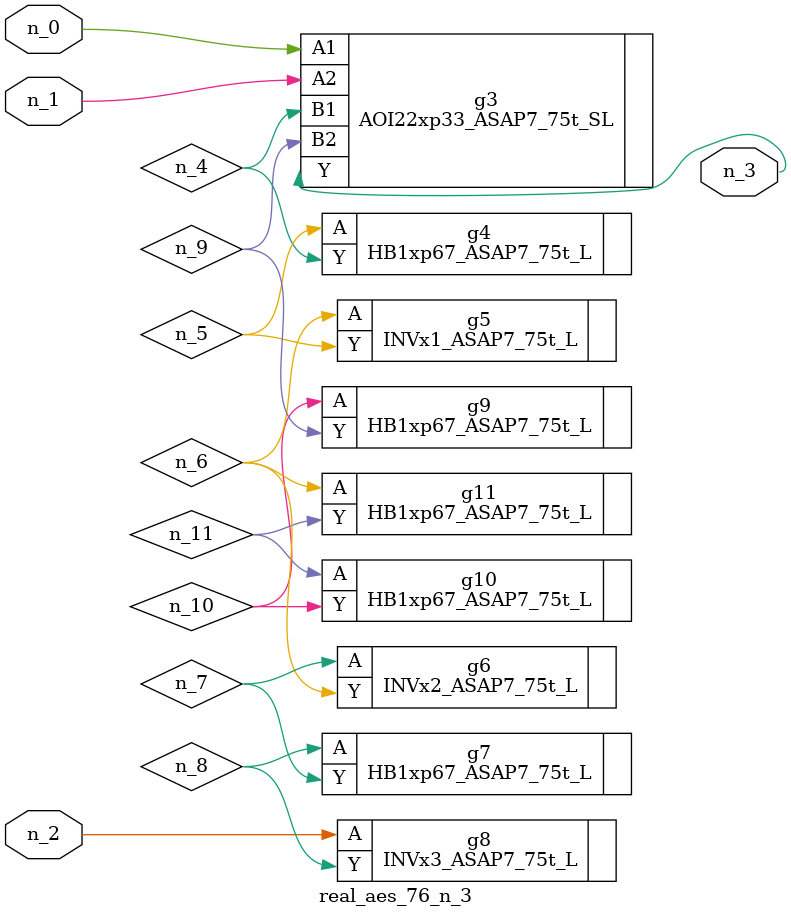
<source format=v>
module real_aes_76_n_3 (n_0, n_2, n_1, n_3);
input n_0;
input n_2;
input n_1;
output n_3;
wire n_4;
wire n_5;
wire n_7;
wire n_9;
wire n_6;
wire n_8;
wire n_10;
wire n_11;
AOI22xp33_ASAP7_75t_SL g3 ( .A1(n_0), .A2(n_1), .B1(n_4), .B2(n_9), .Y(n_3) );
INVx3_ASAP7_75t_L g8 ( .A(n_2), .Y(n_8) );
HB1xp67_ASAP7_75t_L g4 ( .A(n_5), .Y(n_4) );
INVx1_ASAP7_75t_L g5 ( .A(n_6), .Y(n_5) );
HB1xp67_ASAP7_75t_L g11 ( .A(n_6), .Y(n_11) );
INVx2_ASAP7_75t_L g6 ( .A(n_7), .Y(n_6) );
HB1xp67_ASAP7_75t_L g7 ( .A(n_8), .Y(n_7) );
HB1xp67_ASAP7_75t_L g9 ( .A(n_10), .Y(n_9) );
HB1xp67_ASAP7_75t_L g10 ( .A(n_11), .Y(n_10) );
endmodule
</source>
